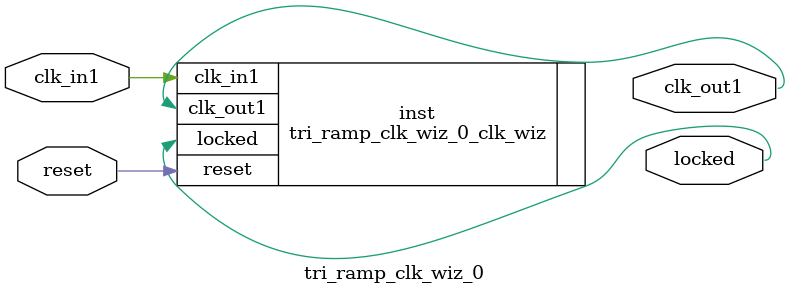
<source format=v>


`timescale 1ps/1ps

(* CORE_GENERATION_INFO = "tri_ramp_clk_wiz_0,clk_wiz_v6_0_4_0_0,{component_name=tri_ramp_clk_wiz_0,use_phase_alignment=true,use_min_o_jitter=false,use_max_i_jitter=false,use_dyn_phase_shift=false,use_inclk_switchover=false,use_dyn_reconfig=false,enable_axi=0,feedback_source=FDBK_AUTO,PRIMITIVE=MMCM,num_out_clk=1,clkin1_period=10.000,clkin2_period=10.000,use_power_down=false,use_reset=true,use_locked=true,use_inclk_stopped=false,feedback_type=SINGLE,CLOCK_MGR_TYPE=NA,manual_override=false}" *)

module tri_ramp_clk_wiz_0 
 (
  // Clock out ports
  output        clk_out1,
  // Status and control signals
  input         reset,
  output        locked,
 // Clock in ports
  input         clk_in1
 );

  tri_ramp_clk_wiz_0_clk_wiz inst
  (
  // Clock out ports  
  .clk_out1(clk_out1),
  // Status and control signals               
  .reset(reset), 
  .locked(locked),
 // Clock in ports
  .clk_in1(clk_in1)
  );

endmodule

</source>
